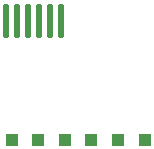
<source format=gbr>
%TF.GenerationSoftware,KiCad,Pcbnew,8.0.4*%
%TF.CreationDate,2025-09-19T21:13:21+01:00*%
%TF.ProjectId,av-connector-breakout,61762d63-6f6e-46e6-9563-746f722d6272,rev?*%
%TF.SameCoordinates,Original*%
%TF.FileFunction,Soldermask,Top*%
%TF.FilePolarity,Negative*%
%FSLAX46Y46*%
G04 Gerber Fmt 4.6, Leading zero omitted, Abs format (unit mm)*
G04 Created by KiCad (PCBNEW 8.0.4) date 2025-09-19 21:13:21*
%MOMM*%
%LPD*%
G01*
G04 APERTURE LIST*
G04 Aperture macros list*
%AMRoundRect*
0 Rectangle with rounded corners*
0 $1 Rounding radius*
0 $2 $3 $4 $5 $6 $7 $8 $9 X,Y pos of 4 corners*
0 Add a 4 corners polygon primitive as box body*
4,1,4,$2,$3,$4,$5,$6,$7,$8,$9,$2,$3,0*
0 Add four circle primitives for the rounded corners*
1,1,$1+$1,$2,$3*
1,1,$1+$1,$4,$5*
1,1,$1+$1,$6,$7*
1,1,$1+$1,$8,$9*
0 Add four rect primitives between the rounded corners*
20,1,$1+$1,$2,$3,$4,$5,0*
20,1,$1+$1,$4,$5,$6,$7,0*
20,1,$1+$1,$6,$7,$8,$9,0*
20,1,$1+$1,$8,$9,$2,$3,0*%
G04 Aperture macros list end*
%ADD10R,1.000000X1.000000*%
%ADD11RoundRect,0.117500X0.117500X1.332500X-0.117500X1.332500X-0.117500X-1.332500X0.117500X-1.332500X0*%
G04 APERTURE END LIST*
D10*
%TO.C,TP5*%
X170250000Y-73750000D03*
%TD*%
%TO.C,TP1*%
X161250000Y-73750000D03*
%TD*%
D11*
%TO.C,U1*%
X160800500Y-63687500D03*
X161720500Y-63687500D03*
X162640500Y-63687500D03*
X163560500Y-63687500D03*
X164480500Y-63687500D03*
X165400500Y-63687500D03*
%TD*%
D10*
%TO.C,TP6*%
X172500000Y-73750000D03*
%TD*%
%TO.C,TP2*%
X163500000Y-73750000D03*
%TD*%
%TO.C,TP3*%
X165750000Y-73750000D03*
%TD*%
%TO.C,TP4*%
X168000000Y-73750000D03*
%TD*%
M02*

</source>
